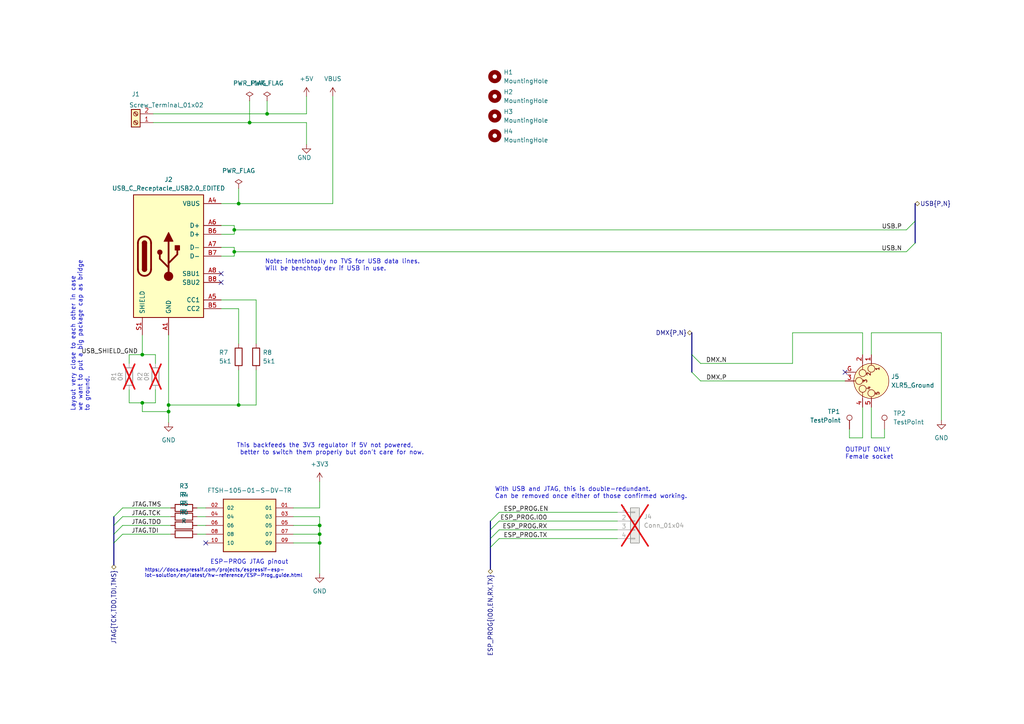
<source format=kicad_sch>
(kicad_sch (version 20230121) (generator eeschema)
  (paper "A4")
  (lib_symbols
    (symbol "Connector:Screw_Terminal_01x02" (pin_names (offset 1.016) hide)
      (property "Reference" "J" (at 0 2.54 0))
      (property "Value" "Screw_Terminal_01x02" (at 0 -5.08 0))
      (symbol "Screw_Terminal_01x02_1_1"
        (rectangle (start -1.27 1.27) (end 1.27 -3.81) (stroke (width 0.254)) (fill (type background)))
        (circle (center 0 -2.54) (radius 0.635) (stroke (width 0.1524)))
        (polyline (pts (xy -0.5334 -2.2098) (xy 0.3302 -3.048)) (stroke (width 0.1524)))
        (polyline (pts (xy -0.5334 0.3302) (xy 0.3302 -0.508)) (stroke (width 0.1524)))
        (polyline (pts (xy -0.3556 -2.032) (xy 0.508 -2.8702)) (stroke (width 0.1524)))
        (polyline (pts (xy -0.3556 0.508) (xy 0.508 -0.3302)) (stroke (width 0.1524)))
        (circle (center 0 0) (radius 0.635) (stroke (width 0.1524)))
        (pin passive line (at -5.08 0 0) (length 3.81) (name "Pin_1") (number "1"))
        (pin passive line (at -5.08 -2.54 0) (length 3.81) (name "Pin_2") (number "2"))
      )
    )
    (symbol "Connector:TestPoint" (pin_numbers hide) (pin_names (offset 0.762) hide)
      (property "Reference" "TP" (at 0 6.858 0))
      (property "Value" "TestPoint" (at 0 5.08 0))
      (symbol "TestPoint_0_1"
        (circle (center 0 3.302) (radius 0.762))
      )
      (symbol "TestPoint_1_1"
        (pin passive line (at 0 0 90) (length 2.54) (name "1") (number "1"))
      )
    )
    (symbol "Connector:USB_C_Receptacle_USB2.0_EDITED" (pin_names (offset 1.016))
      (property "Reference" "J" (at -10.16 19.05 0))
      (property "Value" "USB_C_Receptacle_USB2.0_EDITED" (at 19.05 19.05 0))
      (symbol "USB_C_Receptacle_USB2.0_EDITED_0_1"
        (rectangle (start -10.16 17.78) (end 10.16 -17.78) (stroke (width 0.254)) (fill (type background)))
        (arc (start -8.89 -3.81) (mid -6.985 -5.7067) (end -5.08 -3.81) (stroke (width 0.508)))
        (arc (start -7.62 -3.81) (mid -6.985 -4.4423) (end -6.35 -3.81) (stroke (width 0.254)))
        (arc (start -7.62 -3.81) (mid -6.985 -4.4423) (end -6.35 -3.81) (stroke (width 0.254)) (fill (type outline)))
        (rectangle (start -7.62 -3.81) (end -6.35 3.81) (stroke (width 0.254)) (fill (type outline)))
        (arc (start -6.35 3.81) (mid -6.985 4.4423) (end -7.62 3.81) (stroke (width 0.254)))
        (arc (start -6.35 3.81) (mid -6.985 4.4423) (end -7.62 3.81) (stroke (width 0.254)) (fill (type outline)))
        (arc (start -5.08 3.81) (mid -6.985 5.7067) (end -8.89 3.81) (stroke (width 0.508)))
        (circle (center -2.54 1.143) (radius 0.635) (stroke (width 0.254)) (fill (type outline)))
        (circle (center 0 -5.842) (radius 1.27) (fill (type outline)))
        (polyline (pts (xy -8.89 -3.81) (xy -8.89 3.81)) (stroke (width 0.508)))
        (polyline (pts (xy -5.08 3.81) (xy -5.08 -3.81)) (stroke (width 0.508)))
        (polyline (pts (xy 0 -5.842) (xy 0 4.318)) (stroke (width 0.508)))
        (polyline (pts (xy 0 -3.302) (xy -2.54 -0.762) (xy -2.54 0.508)) (stroke (width 0.508)))
        (polyline (pts (xy 0 -2.032) (xy 2.54 0.508) (xy 2.54 1.778)) (stroke (width 0.508)))
        (polyline (pts (xy -1.27 4.318) (xy 0 6.858) (xy 1.27 4.318) (xy -1.27 4.318)) (stroke (width 0.254)) (fill (type outline)))
        (rectangle (start 1.905 1.778) (end 3.175 3.048) (stroke (width 0.254)) (fill (type outline)))
      )
      (symbol "USB_C_Receptacle_USB2.0_EDITED_1_1"
        (pin passive line (at 0 -22.86 90) (length 5.08) (name "GND") (number "A1"))
        (pin passive line (at 0 -22.86 90) (length 5.08) hide (name "GND") (number "A12"))
        (pin passive line (at 15.24 15.24 180) (length 5.08) (name "VBUS") (number "A4"))
        (pin bidirectional line (at 15.24 -12.7 180) (length 5.08) (name "CC1") (number "A5"))
        (pin bidirectional line (at 15.24 8.89 180) (length 5.08) (name "D+") (number "A6"))
        (pin bidirectional line (at 15.24 2.54 180) (length 5.08) (name "D-") (number "A7"))
        (pin bidirectional line (at 15.24 -5.08 180) (length 5.08) (name "SBU1") (number "A8"))
        (pin passive line (at 15.24 15.24 180) (length 5.08) hide (name "VBUS") (number "A9"))
        (pin passive line (at 0 -22.86 90) (length 5.08) hide (name "GND") (number "B1"))
        (pin passive line (at 0 -22.86 90) (length 5.08) hide (name "GND") (number "B12"))
        (pin passive line (at 15.24 15.24 180) (length 5.08) hide (name "VBUS") (number "B4"))
        (pin bidirectional line (at 15.24 -15.24 180) (length 5.08) (name "CC2") (number "B5"))
        (pin bidirectional line (at 15.24 6.35 180) (length 5.08) (name "D+") (number "B6"))
        (pin bidirectional line (at 15.24 0 180) (length 5.08) (name "D-") (number "B7"))
        (pin bidirectional line (at 15.24 -7.62 180) (length 5.08) (name "SBU2") (number "B8"))
        (pin passive line (at 15.24 15.24 180) (length 5.08) hide (name "VBUS") (number "B9"))
        (pin passive line (at -7.62 -22.86 90) (length 5.08) (name "SHIELD") (number "S1"))
      )
    )
    (symbol "Connector_Audio:XLR5_Ground" (pin_names hide)
      (property "Reference" "J" (at 0 8.89 0))
      (property "Value" "XLR5_Ground" (at 0 6.35 0))
      (symbol "XLR5_Ground_0_1"
        (circle (center -3.556 0) (radius 1.016))
        (circle (center -2.286 -2.54) (radius 1.016))
        (circle (center 0 -3.556) (radius 1.016))
        (polyline (pts (xy -5.08 -2.54) (xy -4.445 -2.54)))
        (polyline (pts (xy -5.08 0) (xy -4.572 0)))
        (polyline (pts (xy -4.572 -2.54) (xy -3.302 -2.54)))
        (polyline (pts (xy -2.54 -5.08) (xy -2.54 -4.445)))
        (polyline (pts (xy 0 -5.08) (xy 0 -4.572)))
        (polyline (pts (xy 4.572 -2.54) (xy 3.302 -2.54)))
        (polyline (pts (xy 5.08 -2.54) (xy 4.445 -2.54)))
        (polyline (pts (xy 5.08 0) (xy 4.572 0)))
        (circle (center 0 0) (radius 5.08) (fill (type background)))
        (circle (center 2.286 -2.54) (radius 1.016))
        (circle (center 3.556 0) (radius 1.016))
        (text "1" (at -3.556 1.778 0) (effects (font (size 1.016 1.016) bold)))
        (text "2" (at -2.032 -0.762 0) (effects (font (size 1.016 1.016) bold)))
        (text "3" (at 0 -1.778 0) (effects (font (size 1.016 1.016) bold)))
        (text "4" (at 2.032 -0.762 0) (effects (font (size 1.016 1.016) bold)))
        (text "5" (at 3.556 1.778 0) (effects (font (size 1.016 1.016) bold)))
      )
      (symbol "XLR5_Ground_1_1"
        (pin passive line (at -7.62 0 0) (length 2.54) (name "P1") (number "1"))
        (pin passive line (at -7.62 -2.54 0) (length 2.54) (name "P2") (number "2"))
        (pin passive line (at 0 -7.62 90) (length 2.54) (name "P3") (number "3"))
        (pin passive line (at 7.62 -2.54 180) (length 2.54) (name "P3") (number "4"))
        (pin passive line (at 7.62 0 180) (length 2.54) (name "P5") (number "5"))
        (pin passive line (at -2.54 -7.62 90) (length 2.54) (name "~") (number "G"))
      )
    )
    (symbol "Connector_Generic:Conn_01x04" (pin_names (offset 1.016) hide)
      (property "Reference" "J" (at 0 5.08 0))
      (property "Value" "Conn_01x04" (at 0 -7.62 0))
      (symbol "Conn_01x04_1_1"
        (rectangle (start -1.27 -4.953) (end 0 -5.207) (stroke (width 0.1524)))
        (rectangle (start -1.27 -2.413) (end 0 -2.667) (stroke (width 0.1524)))
        (rectangle (start -1.27 0.127) (end 0 -0.127) (stroke (width 0.1524)))
        (rectangle (start -1.27 2.667) (end 0 2.413) (stroke (width 0.1524)))
        (rectangle (start -1.27 3.81) (end 1.27 -6.35) (stroke (width 0.254)) (fill (type background)))
        (pin passive line (at -5.08 2.54 0) (length 3.81) (name "Pin_1") (number "1"))
        (pin passive line (at -5.08 0 0) (length 3.81) (name "Pin_2") (number "2"))
        (pin passive line (at -5.08 -2.54 0) (length 3.81) (name "Pin_3") (number "3"))
        (pin passive line (at -5.08 -5.08 0) (length 3.81) (name "Pin_4") (number "4"))
      )
    )
    (symbol "Device:R" (pin_numbers hide) (pin_names (offset 0))
      (property "Reference" "R" (at 2.032 0 90))
      (property "Value" "R" (at 0 0 90))
      (symbol "R_0_1"
        (rectangle (start -1.016 -2.54) (end 1.016 2.54) (stroke (width 0.254)))
      )
      (symbol "R_1_1"
        (pin passive line (at 0 3.81 270) (length 1.27) (name "~") (number "1"))
        (pin passive line (at 0 -3.81 90) (length 1.27) (name "~") (number "2"))
      )
    )
    (symbol "FTSH-105-01-S-DV-TR:FTSH-105-01-S-DV-TR" (pin_names (offset 1.016))
      (property "Reference" "J" (at -8.12 7.62 0))
      (property "Value" "FTSH-105-01-S-DV-TR" (at -7.62 -10.16 0))
      (symbol "FTSH-105-01-S-DV-TR_0_0"
        (rectangle (start -7.62 -7.62) (end 7.62 7.62) (stroke (width 0.254)) (fill (type background)))
        (pin passive line (at -12.7 5.08 0) (length 5.08) (name "01") (number "01"))
        (pin passive line (at 12.7 5.08 180) (length 5.08) (name "02") (number "02"))
        (pin passive line (at -12.7 2.54 0) (length 5.08) (name "03") (number "03"))
        (pin passive line (at 12.7 2.54 180) (length 5.08) (name "04") (number "04"))
        (pin passive line (at -12.7 0 0) (length 5.08) (name "05") (number "05"))
        (pin passive line (at 12.7 0 180) (length 5.08) (name "06") (number "06"))
        (pin passive line (at -12.7 -2.54 0) (length 5.08) (name "07") (number "07"))
        (pin passive line (at 12.7 -2.54 180) (length 5.08) (name "08") (number "08"))
        (pin passive line (at -12.7 -5.08 0) (length 5.08) (name "09") (number "09"))
        (pin passive line (at 12.7 -5.08 180) (length 5.08) (name "10") (number "10"))
      )
    )
    (symbol "Mechanical:MountingHole" (pin_names (offset 1.016))
      (property "Reference" "H" (at 0 5.08 0))
      (property "Value" "MountingHole" (at 0 3.175 0))
      (symbol "MountingHole_0_1"
        (circle (center 0 0) (radius 1.27) (stroke (width 1.27)))
      )
    )
    (symbol "power:+3V3" (power) (pin_names (offset 0))
      (property "Value" "+3V3" (at 0 3.556 0))
      (symbol "+3V3_0_1"
        (polyline (pts (xy -0.762 1.27) (xy 0 2.54)))
        (polyline (pts (xy 0 0) (xy 0 2.54)))
        (polyline (pts (xy 0 2.54) (xy 0.762 1.27)))
      )
      (symbol "+3V3_1_1"
        (pin power_in line (at 0 0 90) (length 0) hide (name "+3V3") (number "1"))
      )
    )
    (symbol "power:+5V" (power) (pin_names (offset 0))
      (property "Value" "+5V" (at 0 3.556 0))
      (symbol "+5V_0_1"
        (polyline (pts (xy -0.762 1.27) (xy 0 2.54)))
        (polyline (pts (xy 0 0) (xy 0 2.54)))
        (polyline (pts (xy 0 2.54) (xy 0.762 1.27)))
      )
      (symbol "+5V_1_1"
        (pin power_in line (at 0 0 90) (length 0) hide (name "+5V") (number "1"))
      )
    )
    (symbol "power:GND" (power) (pin_names (offset 0))
      (property "Value" "GND" (at 0 -3.81 0))
      (symbol "GND_0_1"
        (polyline (pts (xy 0 0) (xy 0 -1.27) (xy 1.27 -1.27) (xy 0 -2.54) (xy -1.27 -1.27) (xy 0 -1.27)))
      )
      (symbol "GND_1_1"
        (pin power_in line (at 0 0 270) (length 0) hide (name "GND") (number "1"))
      )
    )
    (symbol "power:PWR_FLAG" (power) (pin_numbers hide) (pin_names (offset 0) hide)
      (property "Value" "PWR_FLAG" (at 0 3.81 0))
      (symbol "PWR_FLAG_0_0"
        (pin power_out line (at 0 0 90) (length 0) (name "pwr") (number "1"))
      )
      (symbol "PWR_FLAG_0_1"
        (polyline (pts (xy 0 0) (xy 0 1.27) (xy -1.016 1.905) (xy 0 2.54) (xy 1.016 1.905) (xy 0 1.27)))
      )
    )
    (symbol "power:VBUS" (power) (pin_names (offset 0))
      (property "Value" "VBUS" (at 0 3.81 0))
      (symbol "VBUS_0_1"
        (polyline (pts (xy -0.762 1.27) (xy 0 2.54)))
        (polyline (pts (xy 0 0) (xy 0 2.54)))
        (polyline (pts (xy 0 2.54) (xy 0.762 1.27)))
      )
      (symbol "VBUS_1_1"
        (pin power_in line (at 0 0 90) (length 0) hide (name "VBUS") (number "1"))
      )
    )
  )
  (junction (at 92.71 157.48))
  (junction (at 72.39 35.56))
  (junction (at 69.215 59.055))
  (junction (at 41.275 116.84))
  (junction (at 48.895 117.475))
  (junction (at 41.275 102.87))
  (junction (at 48.895 119.38))
  (junction (at 77.47 33.02))
  (junction (at 92.71 154.94))
  (junction (at 67.945 66.675))
  (junction (at 92.71 152.4))
  (junction (at 69.215 117.475))
  (junction (at 67.945 73.025))
  (no_connect (at 245.11 107.95))
  (no_connect (at 64.135 79.375))
  (no_connect (at 64.135 81.915))
  (no_connect (at 59.69 157.48))
  (bus_entry (at 33.02 152.4) (size 2.54 -2.54))
  (bus_entry (at 142.24 158.75) (size 2.54 -2.54))
  (bus_entry (at 265.43 64.135) (size -2.54 2.54))
  (bus_entry (at 33.02 157.48) (size 2.54 -2.54))
  (bus_entry (at 33.02 149.86) (size 2.54 -2.54))
  (bus_entry (at 142.24 153.67) (size 2.54 -2.54))
  (bus_entry (at 200.66 107.95) (size 2.54 2.54))
  (bus_entry (at 33.02 154.94) (size 2.54 -2.54))
  (bus_entry (at 142.24 156.21) (size 2.54 -2.54))
  (bus_entry (at 142.24 151.13) (size 2.54 -2.54))
  (bus_entry (at 200.66 102.87) (size 2.54 2.54))
  (bus_entry (at 265.43 70.485) (size -2.54 2.54))
  (wire (pts (xy 35.56 149.86) (xy 49.53 149.86)))
  (wire (pts (xy 67.945 74.295) (xy 67.945 73.025)))
  (wire (pts (xy 92.71 154.94) (xy 92.71 157.48)))
  (wire (pts (xy 57.15 152.4) (xy 59.69 152.4)))
  (wire (pts (xy 74.295 86.995) (xy 74.295 99.695)))
  (wire (pts (xy 37.465 102.87) (xy 37.465 105.41)))
  (wire (pts (xy 252.73 118.11) (xy 252.73 127)))
  (wire (pts (xy 77.47 29.21) (xy 77.47 33.02)))
  (bus (pts (xy 200.66 107.95) (xy 200.66 102.87)))
  (wire (pts (xy 57.15 147.32) (xy 59.69 147.32)))
  (wire (pts (xy 203.2 110.49) (xy 245.11 110.49)))
  (wire (pts (xy 35.56 152.4) (xy 49.53 152.4)))
  (wire (pts (xy 85.09 147.32) (xy 92.71 147.32)))
  (wire (pts (xy 67.945 71.755) (xy 64.135 71.755)))
  (wire (pts (xy 44.45 33.02) (xy 77.47 33.02)))
  (wire (pts (xy 67.945 73.025) (xy 262.89 73.025)))
  (wire (pts (xy 72.39 29.21) (xy 72.39 35.56)))
  (wire (pts (xy 69.215 107.315) (xy 69.215 117.475)))
  (wire (pts (xy 144.78 148.59) (xy 179.07 148.59)))
  (wire (pts (xy 64.135 67.945) (xy 67.945 67.945)))
  (bus (pts (xy 33.02 154.94) (xy 33.02 157.48)))
  (wire (pts (xy 44.45 35.56) (xy 72.39 35.56)))
  (wire (pts (xy 88.9 35.56) (xy 88.9 41.91)))
  (wire (pts (xy 85.09 152.4) (xy 92.71 152.4)))
  (bus (pts (xy 142.24 158.75) (xy 142.24 165.1)))
  (wire (pts (xy 67.945 67.945) (xy 67.945 66.675)))
  (wire (pts (xy 64.135 86.995) (xy 74.295 86.995)))
  (wire (pts (xy 67.945 66.675) (xy 67.945 65.405)))
  (wire (pts (xy 77.47 33.02) (xy 88.9 33.02)))
  (wire (pts (xy 37.465 102.87) (xy 41.275 102.87)))
  (wire (pts (xy 41.275 97.155) (xy 41.275 102.87)))
  (wire (pts (xy 69.215 89.535) (xy 69.215 99.695)))
  (wire (pts (xy 67.945 73.025) (xy 67.945 71.755)))
  (bus (pts (xy 33.02 149.86) (xy 33.02 152.4)))
  (bus (pts (xy 33.02 157.48) (xy 33.02 163.83)))
  (wire (pts (xy 37.465 116.84) (xy 41.275 116.84)))
  (wire (pts (xy 45.085 102.87) (xy 45.085 105.41)))
  (wire (pts (xy 67.945 66.675) (xy 262.89 66.675)))
  (wire (pts (xy 69.215 54.61) (xy 69.215 59.055)))
  (bus (pts (xy 265.43 64.135) (xy 265.43 70.485)))
  (wire (pts (xy 92.71 147.32) (xy 92.71 139.7)))
  (wire (pts (xy 252.73 102.87) (xy 252.73 96.52)))
  (bus (pts (xy 142.24 151.13) (xy 142.24 153.67)))
  (wire (pts (xy 250.19 118.11) (xy 250.19 127)))
  (wire (pts (xy 35.56 147.32) (xy 49.53 147.32)))
  (wire (pts (xy 85.09 154.94) (xy 92.71 154.94)))
  (wire (pts (xy 85.09 149.86) (xy 92.71 149.86)))
  (wire (pts (xy 229.87 96.52) (xy 250.19 96.52)))
  (wire (pts (xy 41.275 116.84) (xy 41.275 119.38)))
  (bus (pts (xy 33.02 152.4) (xy 33.02 154.94)))
  (wire (pts (xy 74.295 117.475) (xy 69.215 117.475)))
  (wire (pts (xy 250.19 96.52) (xy 250.19 102.87)))
  (wire (pts (xy 67.945 65.405) (xy 64.135 65.405)))
  (wire (pts (xy 252.73 127) (xy 256.54 127)))
  (wire (pts (xy 85.09 157.48) (xy 92.71 157.48)))
  (wire (pts (xy 92.71 157.48) (xy 92.71 166.37)))
  (wire (pts (xy 250.19 127) (xy 246.38 127)))
  (wire (pts (xy 144.78 153.67) (xy 179.07 153.67)))
  (wire (pts (xy 64.135 89.535) (xy 69.215 89.535)))
  (wire (pts (xy 41.275 119.38) (xy 48.895 119.38)))
  (wire (pts (xy 45.085 113.03) (xy 45.085 116.84)))
  (wire (pts (xy 57.15 154.94) (xy 59.69 154.94)))
  (wire (pts (xy 273.05 96.52) (xy 273.05 121.92)))
  (wire (pts (xy 48.895 117.475) (xy 69.215 117.475)))
  (wire (pts (xy 69.215 59.055) (xy 96.52 59.055)))
  (wire (pts (xy 229.87 105.41) (xy 229.87 96.52)))
  (wire (pts (xy 246.38 124.46) (xy 246.38 127)))
  (wire (pts (xy 41.275 102.87) (xy 45.085 102.87)))
  (wire (pts (xy 64.135 59.055) (xy 69.215 59.055)))
  (wire (pts (xy 57.15 149.86) (xy 59.69 149.86)))
  (wire (pts (xy 256.54 127) (xy 256.54 124.46)))
  (wire (pts (xy 88.9 27.94) (xy 88.9 33.02)))
  (wire (pts (xy 64.135 74.295) (xy 67.945 74.295)))
  (bus (pts (xy 142.24 153.67) (xy 142.24 156.21)))
  (wire (pts (xy 252.73 96.52) (xy 273.05 96.52)))
  (bus (pts (xy 142.24 156.21) (xy 142.24 158.75)))
  (wire (pts (xy 96.52 27.94) (xy 96.52 59.055)))
  (wire (pts (xy 229.87 105.41) (xy 203.2 105.41)))
  (bus (pts (xy 265.43 59.055) (xy 265.43 64.135)))
  (wire (pts (xy 72.39 35.56) (xy 88.9 35.56)))
  (bus (pts (xy 200.66 102.87) (xy 200.66 96.52)))
  (wire (pts (xy 48.895 97.155) (xy 48.895 117.475)))
  (wire (pts (xy 144.78 156.21) (xy 179.07 156.21)))
  (wire (pts (xy 35.56 154.94) (xy 49.53 154.94)))
  (wire (pts (xy 144.78 151.13) (xy 179.07 151.13)))
  (wire (pts (xy 74.295 107.315) (xy 74.295 117.475)))
  (wire (pts (xy 48.895 122.555) (xy 48.895 119.38)))
  (wire (pts (xy 37.465 113.03) (xy 37.465 116.84)))
  (wire (pts (xy 92.71 149.86) (xy 92.71 152.4)))
  (wire (pts (xy 48.895 117.475) (xy 48.895 119.38)))
  (wire (pts (xy 45.085 116.84) (xy 41.275 116.84)))
  (wire (pts (xy 92.71 152.4) (xy 92.71 154.94)))
  (text "This backfeeds the 3V3 regulator if 5V not powered,\n better to switch them properly but don't care for now." (at 68.58 132.08 0) (effects (font (size 1.27 1.27)) (justify left bottom)))
  (text "ESP-PROG JTAG pinout" (at 60.96 163.83 0) (effects (font (size 1.27 1.27)) (justify left bottom)))
  (text "With USB and JTAG, this is double-redundant.\nCan be removed once either of those confirmed working." (at 143.51 144.78 0) (effects (font (size 1.27 1.27)) (justify left bottom)))
  (text "Note: intentionally no TVS for USB data lines.\nWill be benchtop dev if USB in use." (at 76.835 78.74 0) (effects (font (size 1.27 1.27)) (justify left bottom)))
  (text "https://docs.espressif.com/projects/espressif-esp-\niot-solution/en/latest/hw-reference/ESP-Prog_guide.html" (at 41.91 167.64 0) (effects (font (size 1 1)) (justify left bottom)))
  (text "Layout very close to each other in case\nwe want to put a big package cap as bridge\nto ground." (at 26.035 119.38 90) (effects (font (size 1.27 1.27)) (justify left bottom)))
  (text "OUTPUT ONLY\nFemale socket" (at 245.11 133.35 0) (effects (font (size 1.27 1.27)) (justify left bottom)))
  (label "JTAG.TDI" (at 38.1 154.94 0))
  (label "USB_SHIELD_GND" (at 40.005 102.87 180))
  (label "JTAG.TDO" (at 38.1 152.4 0))
  (label "ESP_PROG.IO0" (at 158.75 151.13 180))
  (label "ESP_PROG.TX" (at 158.75 156.21 180))
  (label "JTAG.TCK" (at 38.1 149.86 0))
  (label "ESP_PROG.RX" (at 158.75 153.67 180))
  (label "USB.N" (at 261.62 73.025 180))
  (label "DMX.P" (at 210.82 110.49 180))
  (label "JTAG.TMS" (at 38.1 147.32 0))
  (label "ESP_PROG.EN" (at 146.05 148.59 0))
  (label "USB.P" (at 261.62 66.675 180))
  (label "DMX.N" (at 210.82 105.41 180))
  (hierarchical_label "ESP_PROG{IO0,EN,RX,TX}" (shape bidirectional) (at 142.24 165.1 270))
  (hierarchical_label "USB{P,N}" (shape bidirectional) (at 265.43 59.055 0))
  (hierarchical_label "DMX{P,N}" (shape bidirectional) (at 200.66 96.52 180))
  (hierarchical_label "JTAG{TCK,TDO,TDI,TMS}" (shape bidirectional) (at 33.02 163.83 270))
  (symbol (lib_id "Connector:TestPoint") (at 246.38 124.46 0) (unit 1)
    (property "Reference" "TP1" (at 240.03 119.38 0) (effects (justify left)))
    (property "Value" "TestPoint" (at 234.95 121.92 0) (effects (justify left)))
    (property "Footprint" "TestPoint:TestPoint_Pad_D1.0mm" (effects hide))
  )
  (symbol (lib_id "Device:R") (at 53.34 154.94 90) (unit 1)
    (property "Reference" "R6" (at 53.34 148.59 90))
    (property "Value" "R" (at 53.34 151.13 90))
    (property "Footprint" "Resistor_SMD:R_0603_1608Metric" (effects hide))
  )
  (symbol (lib_id "Device:R") (at 53.34 149.86 90) (unit 1)
    (property "Reference" "R4" (at 53.34 143.51 90))
    (property "Value" "R" (at 53.34 146.05 90))
    (property "Footprint" "Resistor_SMD:R_0603_1608Metric" (effects hide))
  )
  (symbol (lib_id "Mechanical:MountingHole") (at 143.51 39.37 0) (unit 1)
    (property "Reference" "H4" (at 146.05 38.1 0) (effects (justify left)))
    (property "Value" "MountingHole" (at 146.05 40.64 0) (effects (justify left)))
    (property "Footprint" "MountingHole:MountingHole_3.2mm_M3" (effects hide))
  )
  (symbol (lib_id "Device:R") (at 45.085 109.22 180) (unit 1) (in_bom no) (dnp yes)
    (property "Reference" "R2" (at 40.64 109.22 90))
    (property "Value" "0R" (at 42.545 109.22 90))
    (property "Footprint" "Resistor_SMD:R_0603_1608Metric" (effects hide))
    (instances (project "button-board" (path "" (reference "R2") (unit 1))) (project "esp-ethernet-hw" (path "" (reference "R47") (unit 1))))
  )
  (symbol (lib_id "FTSH-105-01-S-DV-TR:FTSH-105-01-S-DV-TR") (at 72.39 152.4 0) (mirror y) (unit 1)
    (property "Reference" "J3" (at 71.12 213.36 0))
    (property "Value" "FTSH-105-01-S-DV-TR" (at 72.39 142.24 0))
    (property "Footprint" "FTSH-105-01-S-DV-TR:SAMTEC_FTSH-105-01-S-DV-TR" (effects hide))
    (property "Description" "\nConnector Header Surface Mount 10 position 0.050 (1.27mm)\n" (effects hide))
    (property "Availability" "In Stock" (effects hide))
    (property "MF" "Samtec Inc." (effects hide))
    (property "Package" "None" (effects hide))
    (property "Price" "None" (effects hide))
    (property "Check_prices" "https://www.snapeda.com/parts/FTSH-105-01-S-DV-K-P-TR/Samtec/view-part/?ref=eda" (effects hide))
    (property "STANDARD" "Manufacturer Recommendations" (effects hide))
    (property "PARTREV" "R" (effects hide))
    (property "SnapEDA_Link" "https://www.snapeda.com/parts/FTSH-105-01-S-DV-K-P-TR/Samtec/view-part/?ref=snap" (effects hide))
    (property "MP" "FTSH-105-01-S-DV-K-P-TR" (effects hide))
    (property "Purchase-URL" "https://www.snapeda.com/api/url_track_click_mouser/?unipart_id=4808891&manufacturer=Samtec Inc.&part_name=FTSH-105-01-S-DV-K-P-TR&search_term=ftsh-105-01-s-dv-k-p-tr" (effects hide))
    (property "MANUFACTURER" "Samtec" (effects hide))
  )
  (symbol (lib_id "power:GND") (at 92.71 166.37 0) (unit 1)
    (property "Reference" "#PWR05" (effects hide))
    (property "Value" "GND" (at 92.71 171.45 0))
  )
  (symbol (lib_id "power:+5V") (at 88.9 27.94 0) (unit 1)
    (property "Reference" "#PWR02" (effects hide))
    (property "Value" "+5V" (at 88.9 22.86 0))
  )
  (symbol (lib_id "power:VBUS") (at 96.52 27.94 0) (unit 1)
    (property "Reference" "#PWR06" (effects hide))
    (property "Value" "VBUS" (at 96.52 22.86 0))
    (instances (project "button-board" (path "" (reference "#PWR06") (unit 1))) (project "esp-ethernet-hw" (path "" (reference "#PWR0101") (unit 1))))
  )
  (symbol (lib_id "power:GND") (at 273.05 121.92 0) (unit 1)
    (property "Reference" "#PWR07" (effects hide))
    (property "Value" "GND" (at 273.05 127 0))
  )
  (symbol (lib_id "Device:R") (at 69.215 103.505 0) (unit 1)
    (property "Reference" "R7" (at 63.5 102.235 0) (effects (justify left)))
    (property "Value" "5k1" (at 63.5 104.775 0) (effects (justify left)))
    (property "Footprint" "Resistor_SMD:R_0603_1608Metric" (effects hide))
    (instances (project "button-board" (path "" (reference "R7") (unit 1))) (project "esp-ethernet-hw" (path "" (reference "R20") (unit 1))))
  )
  (symbol (lib_id "power:PWR_FLAG") (at 69.215 54.61 0) (unit 1)
    (property "Reference" "#FLG01" (effects hide))
    (property "Value" "PWR_FLAG" (at 69.215 49.53 0))
  )
  (symbol (lib_id "Device:R") (at 53.34 147.32 90) (unit 1)
    (property "Reference" "R3" (at 53.34 140.97 90))
    (property "Value" "R" (at 53.34 143.51 90))
    (property "Footprint" "Resistor_SMD:R_0603_1608Metric" (effects hide))
  )
  (symbol (lib_id "Mechanical:MountingHole") (at 143.51 33.655 0) (unit 1)
    (property "Reference" "H3" (at 146.05 32.385 0) (effects (justify left)))
    (property "Value" "MountingHole" (at 146.05 34.925 0) (effects (justify left)))
    (property "Footprint" "MountingHole:MountingHole_3.2mm_M3" (effects hide))
  )
  (symbol (lib_id "power:GND") (at 88.9 41.91 0) (unit 1)
    (property "Reference" "#PWR03" (effects hide))
    (property "Value" "GND" (at 88.265 45.72 0))
  )
  (symbol (lib_id "Connector:USB_C_Receptacle_USB2.0_EDITED") (at 48.895 74.295 0) (unit 1)
    (property "Reference" "J2" (at 48.895 52.07 0))
    (property "Value" "USB_C_Receptacle_USB2.0_EDITED" (at 48.895 54.61 0))
    (property "Footprint" "GSB1C41110SSHR:AMPHENOL_GSB1C41110SSHR" (effects hide))
    (property "Datasheet" "https://www.usb.org/sites/default/files/documents/usb_type-c.zip" (effects hide))
    (property "MPN" "GSB1C41110SSHR" (effects hide))
    (property "Link" "https://www.digikey.de/en/products/detail/amphenol-cs-commercial-products/GSB1C41110SSHR/21623839" (effects hide))
  )
  (symbol (lib_id "Device:R") (at 53.34 152.4 90) (unit 1)
    (property "Reference" "R5" (at 53.34 146.05 90))
    (property "Value" "R" (at 53.34 148.59 90))
    (property "Footprint" "Resistor_SMD:R_0603_1608Metric" (effects hide))
  )
  (symbol (lib_id "Connector:TestPoint") (at 256.54 124.46 0) (unit 1)
    (property "Reference" "TP2" (at 259.08 119.888 0) (effects (justify left)))
    (property "Value" "TestPoint" (at 259.08 122.428 0) (effects (justify left)))
    (property "Footprint" "TestPoint:TestPoint_Pad_D1.0mm" (effects hide))
  )
  (symbol (lib_id "Connector:Screw_Terminal_01x02") (at 39.37 35.56 180) (unit 1)
    (property "Reference" "J1" (at 39.37 27.305 0))
    (property "Value" "Screw_Terminal_01x02" (at 48.26 30.48 0))
    (property "Footprint" "Connector_PinHeader_2.54mm:PinHeader_1x02_P2.54mm_Horizontal" (effects hide))
  )
  (symbol (lib_id "Mechanical:MountingHole") (at 143.51 22.225 0) (unit 1)
    (property "Reference" "H1" (at 146.05 20.955 0) (effects (justify left)))
    (property "Value" "MountingHole" (at 146.05 23.495 0) (effects (justify left)))
    (property "Footprint" "MountingHole:MountingHole_3.2mm_M3" (effects hide))
  )
  (symbol (lib_id "Mechanical:MountingHole") (at 143.51 27.94 0) (unit 1)
    (property "Reference" "H2" (at 146.05 26.67 0) (effects (justify left)))
    (property "Value" "MountingHole" (at 146.05 29.21 0) (effects (justify left)))
    (property "Footprint" "MountingHole:MountingHole_3.2mm_M3" (effects hide))
  )
  (symbol (lib_id "power:+3V3") (at 92.71 139.7 0) (unit 1)
    (property "Reference" "#PWR04" (effects hide))
    (property "Value" "+3V3" (at 92.71 134.62 0))
  )
  (symbol (lib_id "Connector_Generic:Conn_01x04") (at 184.15 151.13 0) (unit 1) (dnp yes)
    (property "Reference" "J4" (at 186.69 149.86 0) (effects (justify left)))
    (property "Value" "Conn_01x04" (at 186.69 152.4 0) (effects (justify left)))
    (property "Footprint" "Connector_PinHeader_1.27mm:PinHeader_1x04_P1.27mm_Vertical" (effects hide))
  )
  (symbol (lib_id "Device:R") (at 74.295 103.505 0) (unit 1)
    (property "Reference" "R8" (at 76.2 102.235 0) (effects (justify left)))
    (property "Value" "5k1" (at 76.2 104.775 0) (effects (justify left)))
    (property "Footprint" "Resistor_SMD:R_0603_1608Metric" (effects hide))
    (instances (project "button-board" (path "" (reference "R8") (unit 1))) (project "esp-ethernet-hw" (path "" (reference "R21") (unit 1))))
  )
  (symbol (lib_id "power:PWR_FLAG") (at 72.39 29.21 0) (unit 1)
    (property "Reference" "#FLG02" (effects hide))
    (property "Value" "PWR_FLAG" (at 72.39 24.13 0))
  )
  (symbol (lib_id "power:GND") (at 48.895 122.555 0) (unit 1)
    (property "Reference" "#PWR01" (effects hide))
    (property "Value" "GND" (at 48.895 127.635 0))
    (instances (project "button-board" (path "" (reference "#PWR01") (unit 1))) (project "esp-ethernet-hw" (path "" (reference "#PWR0102") (unit 1))))
  )
  (symbol (lib_id "Connector_Audio:XLR5_Ground") (at 252.73 110.49 270) (unit 1)
    (property "Reference" "J5" (at 258.445 109.22 90) (effects (justify left)))
    (property "Value" "XLR5_Ground" (at 258.445 111.76 90) (effects (justify left)))
    (property "Footprint" "NC5FAH:NEUTRIK_NC5FAH" (effects hide))
    (property "Datasheet" " ~" (effects hide))
    (property "MPN" "AC5FAV-AU-B" (effects hide))
    (property "Link" "https://www.digikey.de/en/products/detail/amphenol-sine-systems-corp/AC5FAV-AU-B/10443110" (effects hide))
  )
  (symbol (lib_id "power:PWR_FLAG") (at 77.47 29.21 0) (unit 1)
    (property "Reference" "#FLG03" (effects hide))
    (property "Value" "PWR_FLAG" (at 77.47 24.13 0))
  )
  (symbol (lib_id "Device:R") (at 37.465 109.22 180) (unit 1) (in_bom no) (dnp yes)
    (property "Reference" "R1" (at 33.02 109.22 90))
    (property "Value" "0R" (at 34.925 109.22 90))
    (property "Footprint" "Resistor_SMD:R_0603_1608Metric" (effects hide))
    (instances (project "button-board" (path "" (reference "R1") (unit 1))) (project "esp-ethernet-hw" (path "" (reference "R46") (unit 1))))
  )
)
</source>
